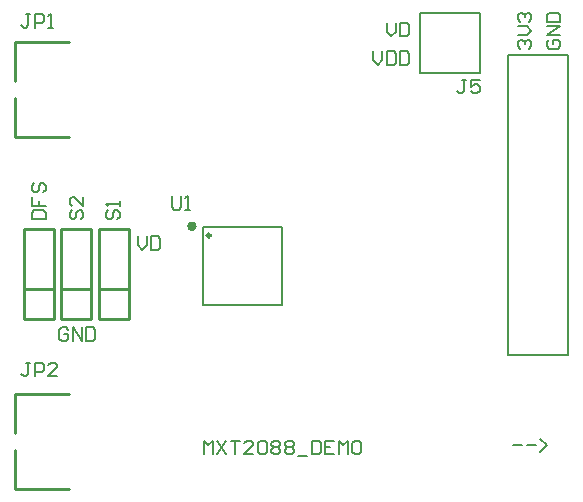
<source format=gto>
G04*
G04 #@! TF.GenerationSoftware,Altium Limited,Altium Designer,21.9.2 (33)*
G04*
G04 Layer_Color=65535*
%FSLAX25Y25*%
%MOIN*%
G70*
G04*
G04 #@! TF.SameCoordinates,BDAA0F83-93E9-4538-AAC0-020DCC9D6774*
G04*
G04*
G04 #@! TF.FilePolarity,Positive*
G04*
G01*
G75*
%ADD10C,0.01000*%
%ADD11C,0.01575*%
%ADD12C,0.00787*%
%ADD13C,0.00600*%
D10*
X276797Y203831D02*
G03*
X276797Y203831I-671J0D01*
G01*
X214500Y185900D02*
X224500D01*
X214500Y175900D02*
X224500D01*
X214500Y205900D02*
X214500Y175900D01*
X214500Y205900D02*
X224500D01*
X224500Y175900D02*
X224500Y205900D01*
X226950Y185900D02*
X236950D01*
X226950Y175900D02*
X236950D01*
X226950D02*
Y205900D01*
X236950D01*
Y175900D02*
Y205900D01*
X239400Y185900D02*
X249400D01*
X239400Y175900D02*
X249400D01*
X239400Y205900D02*
X239400Y175900D01*
X239400Y205900D02*
X249400D01*
X249400Y175900D02*
X249400Y205900D01*
X211645Y150948D02*
X211645Y137956D01*
X211645Y150948D02*
X229361D01*
X211645Y119452D02*
X229361Y119452D01*
X211645Y119452D02*
X211645Y132444D01*
X211645Y268148D02*
X211645Y255156D01*
X211645Y268148D02*
X229361Y268148D01*
X211645Y236652D02*
X229361D01*
X211645D02*
X211645Y249644D01*
D11*
X271284Y206862D02*
G03*
X271284Y206852I-787J-5D01*
G01*
D12*
X376000Y164000D02*
X396000D01*
X376000Y256500D02*
Y264000D01*
X396000D01*
Y256500D02*
Y264000D01*
Y164000D02*
Y256500D01*
X376000Y164000D02*
Y256500D01*
X300418Y180516D02*
Y204916D01*
X274218Y180516D02*
X300418D01*
X274218D02*
Y206616D01*
X300418Y206616D01*
Y203616D02*
Y206616D01*
X346500Y258000D02*
Y278000D01*
Y258000D02*
X366500D01*
X346500Y278000D02*
X366500D01*
Y258000D02*
Y278000D01*
D13*
X377600Y133849D02*
X380599D01*
X382099D02*
X385098D01*
X386597Y131600D02*
X388846Y133849D01*
X386597Y136099D01*
X274500Y130950D02*
Y135448D01*
X275999Y133949D01*
X277499Y135448D01*
Y130950D01*
X278998Y135448D02*
X281998Y130950D01*
Y135448D02*
X278998Y130950D01*
X283497Y135448D02*
X286496D01*
X284997D01*
Y130950D01*
X290995D02*
X287996D01*
X290995Y133949D01*
Y134699D01*
X290245Y135448D01*
X288745D01*
X287996Y134699D01*
X292494D02*
X293244Y135448D01*
X294743D01*
X295493Y134699D01*
Y131700D01*
X294743Y130950D01*
X293244D01*
X292494Y131700D01*
Y134699D01*
X296993D02*
X297743Y135448D01*
X299242D01*
X299992Y134699D01*
Y133949D01*
X299242Y133199D01*
X299992Y132449D01*
Y131700D01*
X299242Y130950D01*
X297743D01*
X296993Y131700D01*
Y132449D01*
X297743Y133199D01*
X296993Y133949D01*
Y134699D01*
X297743Y133199D02*
X299242D01*
X301491Y134699D02*
X302241Y135448D01*
X303741D01*
X304490Y134699D01*
Y133949D01*
X303741Y133199D01*
X304490Y132449D01*
Y131700D01*
X303741Y130950D01*
X302241D01*
X301491Y131700D01*
Y132449D01*
X302241Y133199D01*
X301491Y133949D01*
Y134699D01*
X302241Y133199D02*
X303741D01*
X305990Y130200D02*
X308989D01*
X310488Y135448D02*
Y130950D01*
X312738D01*
X313487Y131700D01*
Y134699D01*
X312738Y135448D01*
X310488D01*
X317986D02*
X314987D01*
Y130950D01*
X317986D01*
X314987Y133199D02*
X316487D01*
X319485Y130950D02*
Y135448D01*
X320985Y133949D01*
X322484Y135448D01*
Y130950D01*
X326233Y135448D02*
X324734D01*
X323984Y134699D01*
Y131700D01*
X324734Y130950D01*
X326233D01*
X326983Y131700D01*
Y134699D01*
X326233Y135448D01*
X331000Y265198D02*
Y262199D01*
X332500Y260700D01*
X333999Y262199D01*
Y265198D01*
X335498D02*
Y260700D01*
X337748D01*
X338498Y261450D01*
Y264449D01*
X337748Y265198D01*
X335498D01*
X339997D02*
Y260700D01*
X342246D01*
X342996Y261450D01*
Y264449D01*
X342246Y265198D01*
X339997D01*
X335498Y274698D02*
Y271700D01*
X336998Y270200D01*
X338498Y271700D01*
Y274698D01*
X339997D02*
Y270200D01*
X342246D01*
X342996Y270950D01*
Y273949D01*
X342246Y274698D01*
X339997D01*
X379851Y266100D02*
X379101Y266850D01*
Y268349D01*
X379851Y269099D01*
X380601D01*
X381351Y268349D01*
Y267600D01*
Y268349D01*
X382101Y269099D01*
X382850D01*
X383600Y268349D01*
Y266850D01*
X382850Y266100D01*
X379101Y270599D02*
X382101D01*
X383600Y272098D01*
X382101Y273598D01*
X379101D01*
X379851Y275097D02*
X379101Y275847D01*
Y277346D01*
X379851Y278096D01*
X380601D01*
X381351Y277346D01*
Y276597D01*
Y277346D01*
X382101Y278096D01*
X382850D01*
X383600Y277346D01*
Y275847D01*
X382850Y275097D01*
X389451Y269099D02*
X388702Y268349D01*
Y266850D01*
X389451Y266100D01*
X392450D01*
X393200Y266850D01*
Y268349D01*
X392450Y269099D01*
X390951D01*
Y267600D01*
X393200Y270599D02*
X388702D01*
X393200Y273598D01*
X388702D01*
Y275097D02*
X393200D01*
Y277346D01*
X392450Y278096D01*
X389451D01*
X388702Y277346D01*
Y275097D01*
X242651Y212199D02*
X241901Y211449D01*
Y209950D01*
X242651Y209200D01*
X243401D01*
X244151Y209950D01*
Y211449D01*
X244900Y212199D01*
X245650D01*
X246400Y211449D01*
Y209950D01*
X245650Y209200D01*
X246400Y213699D02*
Y215198D01*
Y214448D01*
X241901D01*
X242651Y213699D01*
X230451Y212199D02*
X229701Y211449D01*
Y209950D01*
X230451Y209200D01*
X231201D01*
X231951Y209950D01*
Y211449D01*
X232700Y212199D01*
X233450D01*
X234200Y211449D01*
Y209950D01*
X233450Y209200D01*
X234200Y216698D02*
Y213699D01*
X231201Y216698D01*
X230451D01*
X229701Y215948D01*
Y214448D01*
X230451Y213699D01*
X217201Y209200D02*
X221700D01*
Y211449D01*
X220950Y212199D01*
X217951D01*
X217201Y211449D01*
Y209200D01*
Y216698D02*
Y213699D01*
X219451D01*
Y215198D01*
Y213699D01*
X221700D01*
X217951Y221196D02*
X217201Y220446D01*
Y218947D01*
X217951Y218197D01*
X218701D01*
X219451Y218947D01*
Y220446D01*
X220200Y221196D01*
X220950D01*
X221700Y220446D01*
Y218947D01*
X220950Y218197D01*
X229299Y172449D02*
X228549Y173199D01*
X227050D01*
X226300Y172449D01*
Y169450D01*
X227050Y168700D01*
X228549D01*
X229299Y169450D01*
Y170949D01*
X227800D01*
X230799Y168700D02*
Y173199D01*
X233798Y168700D01*
Y173199D01*
X235297D02*
Y168700D01*
X237546D01*
X238296Y169450D01*
Y172449D01*
X237546Y173199D01*
X235297D01*
X252500Y203499D02*
Y200500D01*
X253999Y199000D01*
X255499Y200500D01*
Y203499D01*
X256998D02*
Y199000D01*
X259248D01*
X259998Y199750D01*
Y202749D01*
X259248Y203499D01*
X256998D01*
X263801Y216949D02*
Y213200D01*
X264551Y212451D01*
X266050D01*
X266800Y213200D01*
Y216949D01*
X268300Y212451D02*
X269799D01*
X269049D01*
Y216949D01*
X268300Y216199D01*
X361850Y255649D02*
X360351D01*
X361101D01*
Y251901D01*
X360351Y251151D01*
X359601D01*
X358851Y251901D01*
X366349Y255649D02*
X363350D01*
Y253400D01*
X364849Y254150D01*
X365599D01*
X366349Y253400D01*
Y251901D01*
X365599Y251151D01*
X364100D01*
X363350Y251901D01*
X216601Y161349D02*
X215102D01*
X215851D01*
Y157600D01*
X215102Y156851D01*
X214352D01*
X213602Y157600D01*
X218101Y156851D02*
Y161349D01*
X220350D01*
X221099Y160600D01*
Y159100D01*
X220350Y158350D01*
X218101D01*
X225598Y156851D02*
X222599D01*
X225598Y159850D01*
Y160600D01*
X224848Y161349D01*
X223349D01*
X222599Y160600D01*
X216601Y277549D02*
X215102D01*
X215851D01*
Y273800D01*
X215102Y273051D01*
X214352D01*
X213602Y273800D01*
X218101Y273051D02*
Y277549D01*
X220350D01*
X221099Y276800D01*
Y275300D01*
X220350Y274550D01*
X218101D01*
X222599Y273051D02*
X224099D01*
X223349D01*
Y277549D01*
X222599Y276800D01*
M02*

</source>
